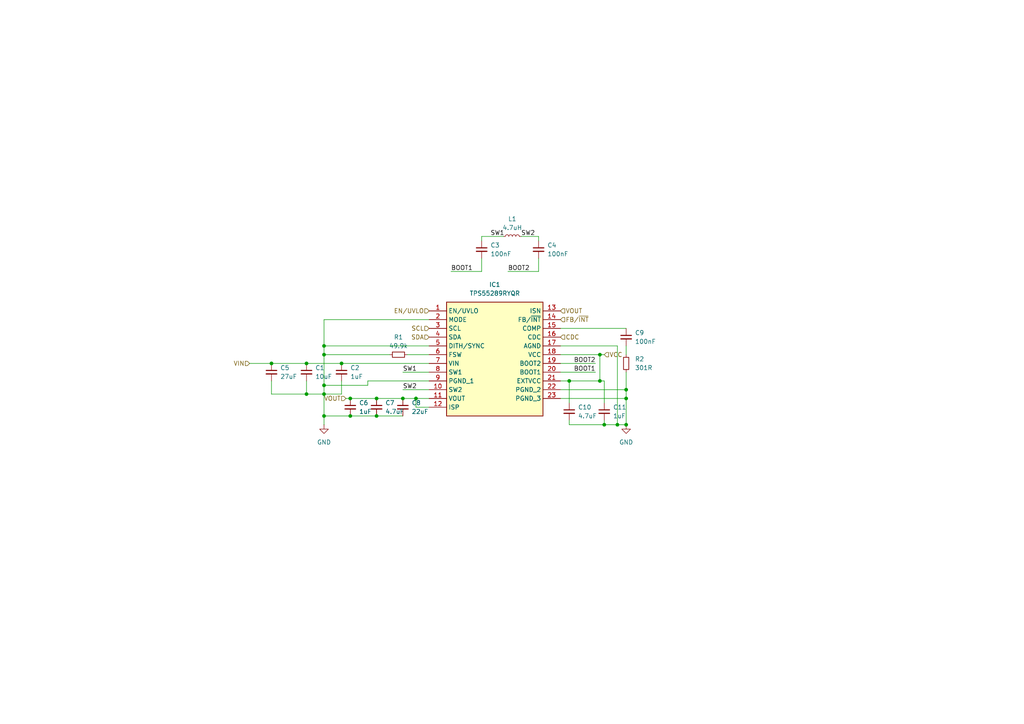
<source format=kicad_sch>
(kicad_sch (version 20240417) (generator "eeschema") (generator_version "8.99")
  (paper "A4")
  (lib_symbols
    (symbol "Device:C_Small" (pin_numbers hide) (pin_names (offset 0.254) hide)
      (property "Reference" "C" (at 0.254 1.778 0))
      (property "Value" "C_Small" (at 0.254 -2.032 0))
      (symbol "C_Small_0_1"
        (polyline (pts (xy -1.524 0.508) (xy 1.524 0.508)) (stroke (width 0.3048)))
        (polyline (pts (xy -1.524 -0.508) (xy 1.524 -0.508)) (stroke (width 0.3302)))
      )
      (symbol "C_Small_1_1"
        (pin passive line (at 0 2.54 270) (length 2.032) (name "~") (number "1"))
        (pin passive line (at 0 -2.54 90) (length 2.032) (name "~") (number "2"))
      )
    )
    (symbol "Device:L_Small" (pin_numbers hide) (pin_names (offset 0.254) hide)
      (property "Reference" "L" (at 0.762 1.016 0))
      (property "Value" "L_Small" (at 0.762 -1.016 0))
      (symbol "L_Small_0_1"
        (arc (start 0 2.032) (mid 0.5058 1.524) (end 0 1.016))
        (arc (start 0 1.016) (mid 0.5058 0.508) (end 0 0))
        (arc (start 0 0) (mid 0.5058 -0.508) (end 0 -1.016))
        (arc (start 0 -1.016) (mid 0.5058 -1.524) (end 0 -2.032))
      )
      (symbol "L_Small_1_1"
        (pin passive line (at 0 2.54 270) (length 0.508) (name "~") (number "1"))
        (pin passive line (at 0 -2.54 90) (length 0.508) (name "~") (number "2"))
      )
    )
    (symbol "Device:R_Small" (pin_numbers hide) (pin_names (offset 0.254) hide)
      (property "Reference" "R" (at 0.762 0.508 0))
      (property "Value" "R_Small" (at 0.762 -1.016 0))
      (symbol "R_Small_0_1"
        (rectangle (start -0.762 1.778) (end 0.762 -1.778) (stroke (width 0.2032)))
      )
      (symbol "R_Small_1_1"
        (pin passive line (at 0 2.54 270) (length 0.762) (name "~") (number "1"))
        (pin passive line (at 0 -2.54 90) (length 0.762) (name "~") (number "2"))
      )
    )
    (symbol "TPS55289:TPS55289RYQR"
      (property "Reference" "IC" (at 34.29 7.62 0))
      (property "Value" "TPS55289RYQR" (at 34.29 5.08 0))
      (symbol "TPS55289RYQR_1_1"
        (rectangle (start 5.08 2.54) (end 33.02 -30.48) (stroke (width 0.254)) (fill (type background)))
        (pin passive line (at 0 0 0) (length 5.08) (name "EN/UVLO") (number "1"))
        (pin passive line (at 0 -22.86 0) (length 5.08) (name "SW2") (number "10"))
        (pin passive line (at 0 -25.4 0) (length 5.08) (name "VOUT") (number "11"))
        (pin passive line (at 0 -27.94 0) (length 5.08) (name "ISP") (number "12"))
        (pin passive line (at 38.1 0 180) (length 5.08) (name "ISN") (number "13"))
        (pin passive line (at 38.1 -2.54 180) (length 5.08) (name "FB/~{INT}") (number "14"))
        (pin passive line (at 38.1 -5.08 180) (length 5.08) (name "COMP") (number "15"))
        (pin passive line (at 38.1 -7.62 180) (length 5.08) (name "CDC") (number "16"))
        (pin passive line (at 38.1 -10.16 180) (length 5.08) (name "AGND") (number "17"))
        (pin passive line (at 38.1 -12.7 180) (length 5.08) (name "VCC") (number "18"))
        (pin passive line (at 38.1 -15.24 180) (length 5.08) (name "BOOT2") (number "19"))
        (pin passive line (at 0 -2.54 0) (length 5.08) (name "MODE") (number "2"))
        (pin passive line (at 38.1 -17.78 180) (length 5.08) (name "BOOT1") (number "20"))
        (pin passive line (at 38.1 -20.32 180) (length 5.08) (name "EXTVCC") (number "21"))
        (pin passive line (at 38.1 -22.86 180) (length 5.08) (name "PGND_2") (number "22"))
        (pin passive line (at 38.1 -25.4 180) (length 5.08) (name "PGND_3") (number "23"))
        (pin passive line (at 0 -5.08 0) (length 5.08) (name "SCL") (number "3"))
        (pin passive line (at 0 -7.62 0) (length 5.08) (name "SDA") (number "4"))
        (pin passive line (at 0 -10.16 0) (length 5.08) (name "DITH/SYNC") (number "5"))
        (pin passive line (at 0 -12.7 0) (length 5.08) (name "FSW") (number "6"))
        (pin passive line (at 0 -15.24 0) (length 5.08) (name "VIN") (number "7"))
        (pin passive line (at 0 -17.78 0) (length 5.08) (name "SW1") (number "8"))
        (pin passive line (at 0 -20.32 0) (length 5.08) (name "PGND_1") (number "9"))
      )
    )
    (symbol "power:GND" (power) (pin_numbers hide) (pin_names (offset 0) hide)
      (property "Value" "GND" (at 0 -3.81 0))
      (symbol "GND_0_1"
        (polyline (pts (xy 0 0) (xy 0 -1.27) (xy 1.27 -1.27) (xy 0 -2.54) (xy -1.27 -1.27) (xy 0 -1.27)))
      )
      (symbol "GND_1_1"
        (pin power_in line (at 0 0 270) (length 0) (name "~") (number "1"))
      )
    )
  )
  (junction (at 109.22 115.57))
  (junction (at 93.98 102.87))
  (junction (at 101.6 120.65))
  (junction (at 181.61 115.57))
  (junction (at 165.1 110.49))
  (junction (at 179.07 123.19))
  (junction (at 175.26 123.19))
  (junction (at 109.22 120.65))
  (junction (at 181.61 113.03))
  (junction (at 173.99 110.49))
  (junction (at 181.61 123.19))
  (junction (at 78.74 105.41))
  (junction (at 101.6 115.57))
  (junction (at 93.98 100.33))
  (junction (at 93.98 120.65))
  (junction (at 88.9 114.3))
  (junction (at 173.99 102.87))
  (junction (at 93.98 111.76))
  (junction (at 99.06 105.41))
  (junction (at 88.9 105.41))
  (junction (at 116.84 115.57))
  (junction (at 93.98 114.3))
  (junction (at 120.65 115.57))
  (wire (pts (xy 139.7 78.74) (xy 139.7 74.93)))
  (wire (pts (xy 139.7 68.58) (xy 146.05 68.58)))
  (wire (pts (xy 99.06 105.41) (xy 124.46 105.41)))
  (wire (pts (xy 78.74 105.41) (xy 88.9 105.41)))
  (wire (pts (xy 181.61 113.03) (xy 181.61 115.57)))
  (wire (pts (xy 179.07 123.19) (xy 181.61 123.19)))
  (wire (pts (xy 93.98 120.65) (xy 101.6 120.65)))
  (wire (pts (xy 93.98 114.3) (xy 99.06 114.3)))
  (wire (pts (xy 162.56 100.33) (xy 179.07 100.33)))
  (wire (pts (xy 101.6 120.65) (xy 109.22 120.65)))
  (wire (pts (xy 173.99 102.87) (xy 173.99 110.49)))
  (wire (pts (xy 72.39 105.41) (xy 78.74 105.41)))
  (wire (pts (xy 175.26 121.92) (xy 175.26 123.19)))
  (wire (pts (xy 175.26 123.19) (xy 179.07 123.19)))
  (wire (pts (xy 162.56 95.25) (xy 181.61 95.25)))
  (wire (pts (xy 120.65 115.57) (xy 124.46 115.57)))
  (wire (pts (xy 93.98 100.33) (xy 124.46 100.33)))
  (wire (pts (xy 118.11 102.87) (xy 124.46 102.87)))
  (wire (pts (xy 175.26 110.49) (xy 175.26 116.84)))
  (wire (pts (xy 151.13 68.58) (xy 156.21 68.58)))
  (wire (pts (xy 88.9 110.49) (xy 88.9 114.3)))
  (wire (pts (xy 147.32 78.74) (xy 156.21 78.74)))
  (wire (pts (xy 181.61 115.57) (xy 162.56 115.57)))
  (wire (pts (xy 181.61 107.95) (xy 181.61 113.03)))
  (wire (pts (xy 93.98 100.33) (xy 93.98 102.87)))
  (wire (pts (xy 165.1 110.49) (xy 162.56 110.49)))
  (wire (pts (xy 93.98 92.71) (xy 93.98 100.33)))
  (wire (pts (xy 124.46 118.11) (xy 120.65 118.11)))
  (wire (pts (xy 156.21 68.58) (xy 156.21 69.85)))
  (wire (pts (xy 162.56 105.41) (xy 172.72 105.41)))
  (wire (pts (xy 179.07 100.33) (xy 179.07 123.19)))
  (wire (pts (xy 109.22 115.57) (xy 116.84 115.57)))
  (wire (pts (xy 181.61 115.57) (xy 181.61 123.19)))
  (wire (pts (xy 88.9 105.41) (xy 99.06 105.41)))
  (wire (pts (xy 124.46 92.71) (xy 93.98 92.71)))
  (wire (pts (xy 181.61 100.33) (xy 181.61 102.87)))
  (wire (pts (xy 93.98 102.87) (xy 93.98 111.76)))
  (wire (pts (xy 116.84 107.95) (xy 124.46 107.95)))
  (wire (pts (xy 78.74 110.49) (xy 78.74 114.3)))
  (wire (pts (xy 88.9 114.3) (xy 93.98 114.3)))
  (wire (pts (xy 93.98 123.19) (xy 93.98 120.65)))
  (wire (pts (xy 116.84 115.57) (xy 120.65 115.57)))
  (wire (pts (xy 109.22 120.65) (xy 116.84 120.65)))
  (wire (pts (xy 93.98 111.76) (xy 93.98 114.3)))
  (wire (pts (xy 93.98 102.87) (xy 113.03 102.87)))
  (wire (pts (xy 124.46 110.49) (xy 106.68 110.49)))
  (wire (pts (xy 165.1 110.49) (xy 165.1 116.84)))
  (wire (pts (xy 78.74 114.3) (xy 88.9 114.3)))
  (wire (pts (xy 139.7 68.58) (xy 139.7 69.85)))
  (wire (pts (xy 106.68 110.49) (xy 106.68 111.76)))
  (wire (pts (xy 93.98 111.76) (xy 106.68 111.76)))
  (wire (pts (xy 130.81 78.74) (xy 139.7 78.74)))
  (wire (pts (xy 156.21 78.74) (xy 156.21 74.93)))
  (wire (pts (xy 165.1 110.49) (xy 173.99 110.49)))
  (wire (pts (xy 100.33 115.57) (xy 101.6 115.57)))
  (wire (pts (xy 181.61 113.03) (xy 162.56 113.03)))
  (wire (pts (xy 99.06 114.3) (xy 99.06 110.49)))
  (wire (pts (xy 173.99 102.87) (xy 175.26 102.87)))
  (wire (pts (xy 116.84 113.03) (xy 124.46 113.03)))
  (wire (pts (xy 162.56 102.87) (xy 173.99 102.87)))
  (wire (pts (xy 162.56 107.95) (xy 172.72 107.95)))
  (wire (pts (xy 173.99 110.49) (xy 175.26 110.49)))
  (wire (pts (xy 120.65 118.11) (xy 120.65 115.57)))
  (wire (pts (xy 101.6 115.57) (xy 109.22 115.57)))
  (wire (pts (xy 165.1 123.19) (xy 175.26 123.19)))
  (wire (pts (xy 93.98 120.65) (xy 93.98 114.3)))
  (wire (pts (xy 165.1 123.19) (xy 165.1 121.92)))
  (label "BOOT1" (at 172.72 107.95 180))
  (label "SW2" (at 116.84 113.03 0))
  (label "BOOT1" (at 130.81 78.74 0))
  (label "BOOT2" (at 147.32 78.74 0))
  (label "SW1" (at 142.24 68.58 0))
  (label "SW1" (at 116.84 107.95 0))
  (label "BOOT2" (at 172.72 105.41 180))
  (label "SW2" (at 151.13 68.58 0))
  (hierarchical_label "VCC" (shape input) (at 175.26 102.87 0))
  (hierarchical_label "EN{slash}UVLO" (shape input) (at 124.46 90.17 180))
  (hierarchical_label "VOUT" (shape input) (at 162.56 90.17 0))
  (hierarchical_label "FB{slash}~{INT}" (shape input) (at 162.56 92.71 0))
  (hierarchical_label "SDA" (shape input) (at 124.46 97.79 180))
  (hierarchical_label "VIN" (shape input) (at 72.39 105.41 180))
  (hierarchical_label "SCL" (shape input) (at 124.46 95.25 180))
  (hierarchical_label "CDC" (shape input) (at 162.56 97.79 0))
  (hierarchical_label "VOUT" (shape input) (at 100.33 115.57 180))
  (symbol (lib_id "Device:C_Small") (at 101.6 118.11 0) (unit 1)
    (property "Reference" "C6" (at 104.14 116.8462 0) (effects (justify left)))
    (property "Value" "1uF" (at 104.14 119.3862 0) (effects (justify left)))
    (property "Description" "Unpolarized capacitor, small symbol" (effects (hide yes)))
  )
  (symbol (lib_id "Device:L_Small") (at 148.59 68.58 90) (unit 1)
    (property "Reference" "L1" (at 148.59 63.5 90))
    (property "Value" "4.7uH" (at 148.59 66.04 90))
    (property "Description" "Inductor, small symbol" (effects (hide yes)))
  )
  (symbol (lib_id "Device:R_Small") (at 115.57 102.87 90) (unit 1)
    (property "Reference" "R1" (at 115.57 97.79 90))
    (property "Value" "49.9k" (at 115.57 100.33 90))
    (property "Description" "Resistor, small symbol" (effects (hide yes)))
  )
  (symbol (lib_id "Device:C_Small") (at 165.1 119.38 0) (unit 1)
    (property "Reference" "C10" (at 167.64 118.1162 0) (effects (justify left)))
    (property "Value" "4.7uF" (at 167.64 120.6562 0) (effects (justify left)))
    (property "Description" "Unpolarized capacitor, small symbol" (effects (hide yes)))
  )
  (symbol (lib_id "Device:C_Small") (at 156.21 72.39 0) (unit 1)
    (property "Reference" "C4" (at 158.75 71.1262 0) (effects (justify left)))
    (property "Value" "100nF" (at 158.75 73.6662 0) (effects (justify left)))
    (property "Description" "Unpolarized capacitor, small symbol" (effects (hide yes)))
  )
  (symbol (lib_id "Device:C_Small") (at 181.61 97.79 0) (unit 1)
    (property "Reference" "C9" (at 184.15 96.5262 0) (effects (justify left)))
    (property "Value" "100nF" (at 184.15 99.0662 0) (effects (justify left)))
    (property "Description" "Unpolarized capacitor, small symbol" (effects (hide yes)))
  )
  (symbol (lib_id "Device:C_Small") (at 88.9 107.95 0) (unit 1)
    (property "Reference" "C1" (at 91.44 106.6862 0) (effects (justify left)))
    (property "Value" "10uF" (at 91.44 109.2262 0) (effects (justify left)))
    (property "Description" "Unpolarized capacitor, small symbol" (effects (hide yes)))
  )
  (symbol (lib_id "Device:C_Small") (at 99.06 107.95 0) (unit 1)
    (property "Reference" "C2" (at 101.6 106.6862 0) (effects (justify left)))
    (property "Value" "1uF" (at 101.6 109.2262 0) (effects (justify left)))
    (property "Description" "Unpolarized capacitor, small symbol" (effects (hide yes)))
  )
  (symbol (lib_id "power:GND") (at 181.61 123.19 0) (unit 1)
    (property "Reference" "#PWR02" (effects (hide yes)))
    (property "Value" "GND" (at 181.61 128.27 0))
    (property "Description" "Power symbol creates a global label with name \"GND\" , ground" (effects (hide yes)))
  )
  (symbol (lib_id "Device:C_Small") (at 139.7 72.39 0) (unit 1)
    (property "Reference" "C3" (at 142.24 71.1262 0) (effects (justify left)))
    (property "Value" "100nF" (at 142.24 73.6662 0) (effects (justify left)))
    (property "Description" "Unpolarized capacitor, small symbol" (effects (hide yes)))
  )
  (symbol (lib_id "Device:C_Small") (at 109.22 118.11 0) (unit 1)
    (property "Reference" "C7" (at 111.76 116.8462 0) (effects (justify left)))
    (property "Value" "4.7uF" (at 111.76 119.3862 0) (effects (justify left)))
    (property "Description" "Unpolarized capacitor, small symbol" (effects (hide yes)))
  )
  (symbol (lib_id "power:GND") (at 93.98 123.19 0) (unit 1)
    (property "Reference" "#PWR01" (effects (hide yes)))
    (property "Value" "GND" (at 93.98 128.27 0))
    (property "Description" "Power symbol creates a global label with name \"GND\" , ground" (effects (hide yes)))
  )
  (symbol (lib_id "Device:C_Small") (at 175.26 119.38 0) (unit 1)
    (property "Reference" "C11" (at 177.8 118.1162 0) (effects (justify left)))
    (property "Value" "1uF" (at 177.8 120.6562 0) (effects (justify left)))
    (property "Description" "Unpolarized capacitor, small symbol" (effects (hide yes)))
  )
  (symbol (lib_id "TPS55289:TPS55289RYQR") (at 124.46 90.17 0) (unit 1)
    (property "Reference" "IC1" (at 143.51 82.55 0))
    (property "Value" "TPS55289RYQR" (at 143.51 85.09 0))
    (property "Footprint" "TPS55289RYQR" (effects (hide yes)))
    (property "Datasheet" "https://www.ti.com/lit/ds/symlink/tps55289.pdf?ts=1664818706180&ref_url=https%253A%252F%252Fwww.ti.com%252Fproduct%252FTPS55289%252Fpart-details%252FTPS55289RYQR%253FkeyMatch%253DTPS55289RYQR" (effects (hide yes)))
    (property "Description" "30-V, 8-A buck-boost converter with IC interface" (effects (hide yes)))
    (property "Height" "1" (effects (hide yes)))
    (property "Mouser Part Number" "595-TPS55289RYQR" (effects (hide yes)))
    (property "Mouser Price/Stock" "https://www.mouser.co.uk/ProductDetail/Texas-Instruments/TPS55289RYQR?qs=T%252BzbugeAwjhgaIN94Lbpjg%3D%3D" (effects (hide yes)))
    (property "Manufacturer_Name" "Texas Instruments" (effects (hide yes)))
    (property "Manufacturer_Part_Number" "TPS55289RYQR" (effects (hide yes)))
  )
  (symbol (lib_id "Device:C_Small") (at 116.84 118.11 0) (unit 1)
    (property "Reference" "C8" (at 119.38 116.8462 0) (effects (justify left)))
    (property "Value" "22uF" (at 119.38 119.3862 0) (effects (justify left)))
    (property "Description" "Unpolarized capacitor, small symbol" (effects (hide yes)))
  )
  (symbol (lib_id "Device:R_Small") (at 181.61 105.41 180) (unit 1)
    (property "Reference" "R2" (at 184.15 104.1399 0) (effects (justify right)))
    (property "Value" "301R" (at 184.15 106.6799 0) (effects (justify right)))
    (property "Description" "Resistor, small symbol" (effects (hide yes)))
  )
  (symbol (lib_id "Device:C_Small") (at 78.74 107.95 0) (unit 1)
    (property "Reference" "C5" (at 81.28 106.6862 0) (effects (justify left)))
    (property "Value" "27uF" (at 81.28 109.2262 0) (effects (justify left)))
    (property "Description" "Unpolarized capacitor, small symbol" (effects (hide yes)))
  )
)
</source>
